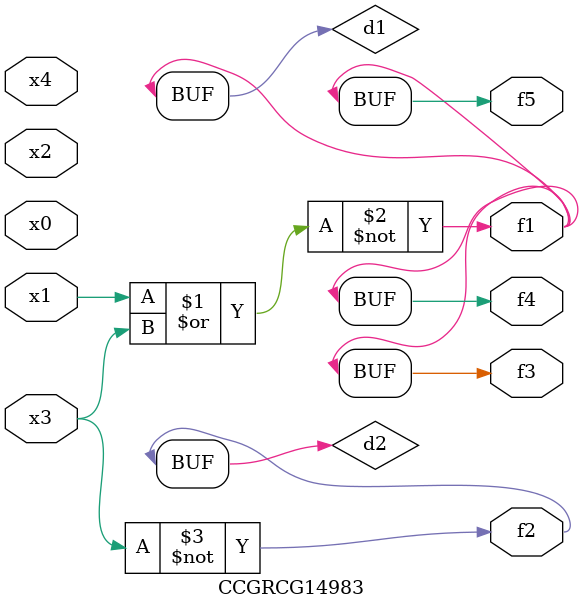
<source format=v>
module CCGRCG14983(
	input x0, x1, x2, x3, x4,
	output f1, f2, f3, f4, f5
);

	wire d1, d2;

	nor (d1, x1, x3);
	not (d2, x3);
	assign f1 = d1;
	assign f2 = d2;
	assign f3 = d1;
	assign f4 = d1;
	assign f5 = d1;
endmodule

</source>
